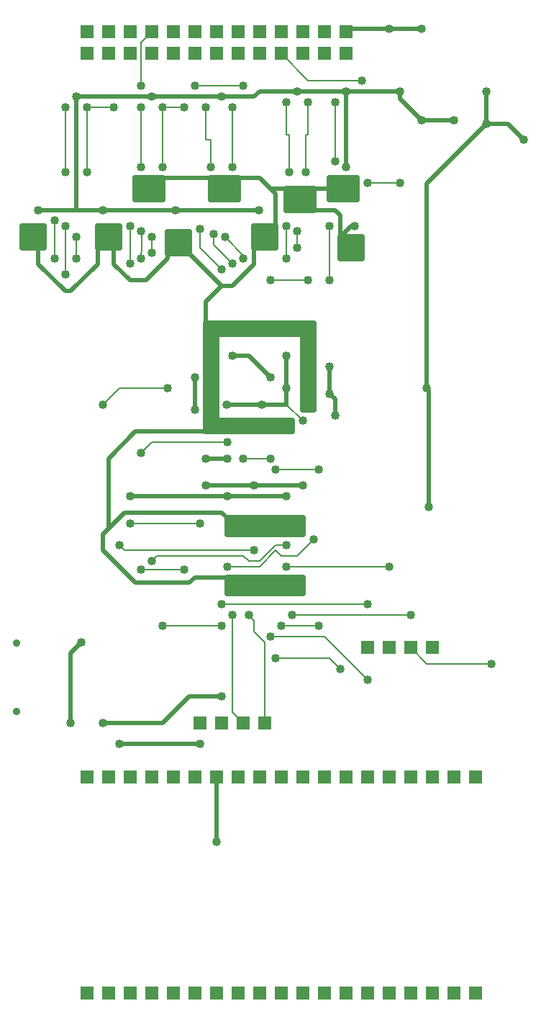
<source format=gbr>
G04 DesignSpark PCB Gerber Version 9.0 Build 5138 *
%FSLAX35Y35*%
%MOIN*%
%ADD28R,0.06000X0.06000*%
%ADD10C,0.00800*%
%ADD11C,0.02000*%
%ADD139C,0.02500*%
%ADD75C,0.03600*%
%ADD12C,0.04000*%
X0Y0D02*
D02*
D10*
X55600Y375734D02*
Y358234D01*
X60600Y373234D02*
Y350734D01*
Y398100D02*
Y428100D01*
X65600Y358234D02*
Y368234D01*
X70600Y398100D02*
Y428100D01*
X83100*
X90600Y373234D02*
Y355734D01*
X95600Y268100D02*
X100600Y273100D01*
X135600*
X95600Y358234D02*
X95957Y363715D01*
Y370377*
X95600Y370734*
Y400600D02*
Y428100D01*
X100600Y368234D02*
Y360734D01*
Y463100D02*
X95600Y458100D01*
Y438100*
X105600Y400600D02*
Y428100D01*
X115600*
X108100Y298100D02*
X85600D01*
X78100Y290600*
X115600Y214085D02*
X95600D01*
X120600Y438100D02*
X143100D01*
X123100Y235600D02*
X90600D01*
X123100Y371834D02*
Y363234D01*
X133100Y353234*
X128100Y400600D02*
Y413100D01*
X125600*
Y428100*
X129200Y369334D02*
Y364634D01*
X138100Y355734*
X133100Y188100D02*
X105600D01*
X135600Y215600D02*
X150600D01*
X158100Y223100*
X160600Y220600*
X168100*
X175600Y228100*
X138100Y193100D02*
Y148100D01*
X143100Y143100*
X138100Y400600D02*
Y428100D01*
X143100Y358234D02*
Y359500D01*
X134500Y368100*
X148100Y223100D02*
X88100D01*
X85600Y225600*
X153100Y143100D02*
Y180600D01*
X148100Y185600*
Y190600*
X145600Y193100*
X155600Y183100D02*
X180600D01*
X200600Y163100*
X155600Y265600D02*
X143100D01*
X158100Y173100D02*
X183000D01*
X188100Y168000*
X160600Y188100D02*
X178100D01*
X163100Y215600D02*
X210600D01*
X163100Y225600D02*
X158100D01*
X150600Y218100*
X145600*
X143100Y220600*
X103100*
X100600Y218100*
X163100Y290600D02*
X170600Y283100D01*
X163100Y358234D02*
Y373234D01*
X164360Y398100D02*
Y415600D01*
X163100*
Y430600*
X168100Y370734D02*
Y363234D01*
X171840Y398100D02*
Y415600D01*
X173100*
Y430600*
Y348234D02*
X155600D01*
X178100Y260600D02*
X158100D01*
X183100Y373100D02*
Y348100D01*
X185600Y403100D02*
Y430600D01*
X198100Y440600D02*
X173100D01*
X160600Y453100*
X200600Y198100D02*
X133100D01*
X200600Y393100D02*
X215600D01*
X220600Y193100D02*
X165600D01*
X258100Y170600D02*
X228100D01*
X220600Y178100*
D02*
D11*
X48100Y380600D02*
X65600D01*
X63100Y143100D02*
Y175600D01*
X68100Y180600*
X65600Y380600D02*
X78100D01*
X65600Y433100D02*
Y380600D01*
X75600Y363100D02*
Y355600D01*
X63100Y343100*
X60600*
X48100Y355600*
Y363100*
X78100Y143100D02*
X105600D01*
X118100Y155600*
X133100*
X80600Y233100D02*
X88100Y240600D01*
X133100*
X135600Y238100*
X85600Y133600D02*
X123100D01*
X90600Y248100D02*
X135600D01*
X100600Y433100D02*
X65600D01*
X103100Y395600D02*
X128100D01*
X108100Y360600D02*
Y358100D01*
X98100Y348100*
X90600*
X83100Y355600*
Y363100*
X111700Y380600D02*
X78100D01*
X120600Y303100D02*
Y288100D01*
X125600Y278100D02*
X93100D01*
X80600Y265600*
Y233100*
X125600Y328100D02*
Y338100D01*
X133100Y345600*
X130600Y88100D02*
Y118100D01*
X133100Y345600D02*
X118100Y360600D01*
X133100Y433100D02*
X100600D01*
X135600Y210600D02*
X120600D01*
X118100Y208100*
X93100*
X78100Y223100*
Y230600*
X80600Y233100*
X135600Y265600D02*
X125600D01*
X138100Y313100D02*
X145600D01*
X155600Y303100*
X140600Y395600D02*
X150600D01*
X155600Y390600*
X148100Y253100D02*
X125600D01*
X148100Y363100D02*
Y355600D01*
X138100Y345600*
X133100*
X150466Y380600D02*
X111700D01*
X151584Y290600D02*
X163100D01*
X151584D02*
X135364D01*
X135334Y290570*
X155600Y390600D02*
X158100Y388100D01*
Y373100*
X163100Y248100D02*
X135600D01*
X163100Y298100D02*
Y290600D01*
Y313100D02*
Y298100D01*
Y390600D02*
X155600D01*
X168100Y435600D02*
X150600D01*
X148100Y433100*
X133100*
X168100Y435600D02*
X190600D01*
X170600Y253100D02*
X148100D01*
X175600Y380600D02*
X185600D01*
X188100Y378100*
Y368100*
X175600Y390600D02*
X185600D01*
X183100Y308100D02*
Y295600D01*
X185500Y285600D02*
Y293200D01*
X183100Y295600*
X190600Y400600D02*
Y435600D01*
X215600*
X194537Y373100D02*
X193100D01*
X188100Y368100*
X210600Y464500D02*
X192000D01*
X190600Y463100*
X210600Y464500D02*
X225600D01*
X215600Y435600D02*
Y432100D01*
X225600Y422100*
X240600*
X228100Y298100D02*
Y392958D01*
X255600Y420458*
X229100Y243100D02*
Y297100D01*
X228100Y298100*
X255600Y420458D02*
X265742D01*
X273100Y413100*
X255600Y420458D02*
Y435600D01*
D02*
D12*
X48100Y380600D03*
X55600Y358234D03*
Y375734D03*
X60600Y350734D03*
Y373234D03*
Y398100D03*
Y428100D03*
X63100Y143100D03*
X65600Y358234D03*
Y368234D03*
Y433100D03*
X68100Y180600D03*
X70600Y398100D03*
Y428100D03*
X78100Y143100D03*
Y290600D03*
Y380600D03*
X83100Y428100D03*
X85600Y133600D03*
Y225600D03*
X90600Y235600D03*
Y248100D03*
Y355734D03*
Y373234D03*
X95600Y214085D03*
Y268100D03*
Y358234D03*
Y370734D03*
Y400600D03*
Y428100D03*
Y438100D03*
X100600Y218100D03*
Y360734D03*
Y368234D03*
Y433100D03*
X105600Y188100D03*
Y400600D03*
Y428100D03*
X108100Y298100D03*
X111700Y380600D03*
X115600Y214085D03*
Y428100D03*
X120600Y288100D03*
Y303100D03*
Y438100D03*
X123100Y133600D03*
Y235600D03*
Y371834D03*
X125600Y253100D03*
Y265600D03*
Y428100D03*
X128100Y400600D03*
X129200Y369334D03*
X130600Y88100D03*
X133100Y155600D03*
Y188100D03*
Y198100D03*
Y353234D03*
Y433100D03*
X134500Y368100D03*
X135334Y290570D03*
X135600Y215600D03*
Y248100D03*
Y265600D03*
Y273100D03*
X138100Y193100D03*
Y313100D03*
Y355734D03*
Y400600D03*
Y428100D03*
X143100Y265600D03*
Y358234D03*
Y438100D03*
X145600Y193100D03*
X148100Y223100D03*
Y253100D03*
X150466Y380600D03*
X151584Y290600D03*
X155600Y183100D03*
Y265600D03*
Y303100D03*
Y348234D03*
X158100Y173100D03*
Y260600D03*
X160600Y188100D03*
X163100Y215600D03*
Y225600D03*
Y248100D03*
Y298100D03*
Y313100D03*
Y358234D03*
Y373234D03*
Y430600D03*
X164360Y398100D03*
X165600Y193100D03*
X168100Y363234D03*
Y370734D03*
Y435600D03*
X170600Y253100D03*
Y283100D03*
X171840Y398100D03*
X173100Y348234D03*
Y430600D03*
X175600Y228100D03*
X178100Y188100D03*
Y260600D03*
X183100Y295600D03*
Y308100D03*
Y348100D03*
Y373100D03*
X185500Y285600D03*
X185600Y403100D03*
Y430600D03*
X188100Y168000D03*
X190600Y400600D03*
Y435600D03*
X194537Y373100D03*
X198100Y440600D03*
X200600Y163100D03*
Y198100D03*
Y393100D03*
X210600Y215600D03*
Y464500D03*
X215600Y393100D03*
Y435600D03*
X220600Y193100D03*
X225600Y422100D03*
Y464500D03*
X228100Y298100D03*
X229100Y243100D03*
X240600Y422100D03*
X255600Y420458D03*
Y435600D03*
X258100Y170600D03*
X273100Y413100D03*
D02*
D28*
X70600Y18100D03*
Y118100D03*
Y453100D03*
Y463100D03*
X80600Y18100D03*
Y118100D03*
Y453100D03*
Y463100D03*
X90600Y18100D03*
Y118100D03*
Y453100D03*
Y463100D03*
X100600Y18100D03*
Y118100D03*
Y453100D03*
Y463100D03*
X110600Y18100D03*
Y118100D03*
Y453100D03*
Y463100D03*
X120600Y18100D03*
Y118100D03*
Y453100D03*
Y463100D03*
X123100Y143100D03*
X130600Y18100D03*
Y118100D03*
Y453100D03*
Y463100D03*
X133100Y143100D03*
X140600Y18100D03*
Y118100D03*
Y453100D03*
Y463100D03*
X143100Y143100D03*
X150600Y18100D03*
Y118100D03*
Y453100D03*
Y463100D03*
X153100Y143100D03*
X160600Y18100D03*
Y118100D03*
Y453100D03*
Y463100D03*
X170600Y18100D03*
Y118100D03*
Y453100D03*
Y463100D03*
X180600Y18100D03*
Y118100D03*
Y453100D03*
Y463100D03*
X190600Y18100D03*
Y118100D03*
Y453100D03*
Y463100D03*
X200600Y18100D03*
Y118100D03*
Y178100D03*
X210600Y18100D03*
Y118100D03*
Y178100D03*
X220600Y18100D03*
Y118100D03*
Y178100D03*
X230600Y18100D03*
Y118100D03*
Y178100D03*
X240600Y18100D03*
Y118100D03*
X250600Y18100D03*
Y118100D03*
D02*
D75*
X38100Y148600D03*
Y180100D03*
D02*
D139*
X50600Y373100D02*
Y363100D01*
X40600*
Y373100*
X50600*
G36*
Y363100*
X40600*
Y373100*
X50600*
G37*
X85600D02*
Y363100D01*
X75600*
Y373100*
X85600*
G36*
Y363100*
X75600*
Y373100*
X85600*
G37*
X105600Y395600D02*
Y385600D01*
X93100*
Y395600*
X105600*
G36*
Y385600*
X93100*
Y395600*
X105600*
G37*
X118100Y370600D02*
Y360600D01*
X108100*
Y370600*
X118100*
G36*
Y360600*
X108100*
Y370600*
X118100*
G37*
X135600Y210600D02*
Y203100D01*
X170600*
Y210600*
X135600*
G36*
Y203100*
X170600*
Y210600*
X135600*
G37*
Y238100D02*
Y230600D01*
X170600*
Y238100*
X135600*
G36*
Y230600*
X170600*
Y238100*
X135600*
G37*
X140600Y395600D02*
Y385600D01*
X128100*
Y395600*
X140600*
G36*
Y385600*
X128100*
Y395600*
X140600*
G37*
X158100Y373100D02*
Y363100D01*
X148100*
Y373100*
X158100*
G36*
Y363100*
X148100*
Y373100*
X158100*
G37*
X170600Y323100D02*
Y288100D01*
X175600*
Y328100*
X125600*
Y278100*
X165600*
Y283100*
X130600*
Y323100*
X170600*
G36*
Y288100*
X175600*
Y328100*
X125600*
Y278100*
X165600*
Y283100*
X130600*
Y323100*
X170600*
G37*
X175600Y390600D02*
Y380600D01*
X163100*
Y390600*
X175600*
G36*
Y380600*
X163100*
Y390600*
X175600*
G37*
X195600Y395600D02*
Y385600D01*
X183100*
Y395600*
X195600*
G36*
Y385600*
X183100*
Y395600*
X195600*
G37*
X198100Y368100D02*
Y358100D01*
X188100*
Y368100*
X198100*
G36*
Y358100*
X188100*
Y368100*
X198100*
G37*
X0Y0D02*
M02*

</source>
